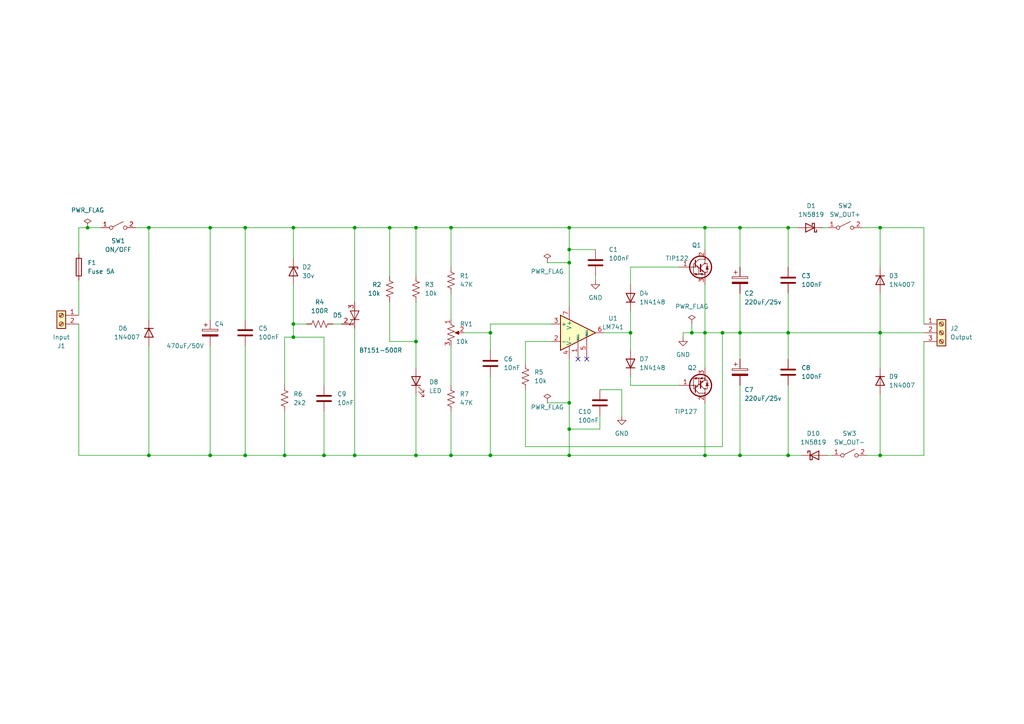
<source format=kicad_sch>
(kicad_sch (version 20230121) (generator eeschema)
  (paper "A4")
  (title_block (title "Symmetrical Power Supply - +15V / -15V") (date "2024-02-04") (rev "Version 2.0") (company "Made by A.T."))
  (lib_symbols
    (symbol "Amplifier_Operational:LM741" (pin_names (offset 0.127))
      (property "Reference" "U" (at 0 6.35 0))
      (property "Value" "LM741" (at 0 3.81 0))
      (symbol "LM741_0_1"
        (polyline (pts (xy -5.08 5.08) (xy 5.08 0) (xy -5.08 -5.08) (xy -5.08 5.08)) (stroke (width 0.254)) (fill (type background)))
      )
      (symbol "LM741_1_1"
        (pin input line (at 0 -7.62 90) (length 5.08) (name "NULL") (number "1"))
        (pin input line (at -7.62 -2.54 0) (length 2.54) (name "-") (number "2"))
        (pin input line (at -7.62 2.54 0) (length 2.54) (name "+") (number "3"))
        (pin power_in line (at -2.54 -7.62 90) (length 3.81) (name "V-") (number "4"))
        (pin input line (at 2.54 -7.62 90) (length 6.35) (name "NULL") (number "5"))
        (pin output line (at 7.62 0 180) (length 2.54) (name "~") (number "6"))
        (pin power_in line (at -2.54 7.62 270) (length 3.81) (name "V+") (number "7"))
        (pin no_connect line (at 0 2.54 270) (length 2.54) hide (name "NC") (number "8"))
      )
    )
    (symbol "Connector:Screw_Terminal_01x02" (pin_names (offset 1.016) hide)
      (property "Reference" "J" (at 0 2.54 0))
      (property "Value" "Screw_Terminal_01x02" (at 0 -5.08 0))
      (symbol "Screw_Terminal_01x02_1_1"
        (rectangle (start -1.27 1.27) (end 1.27 -3.81) (stroke (width 0.254)) (fill (type background)))
        (circle (center 0 -2.54) (radius 0.635) (stroke (width 0.1524)))
        (polyline (pts (xy -0.5334 -2.2098) (xy 0.3302 -3.048)) (stroke (width 0.1524)))
        (polyline (pts (xy -0.5334 0.3302) (xy 0.3302 -0.508)) (stroke (width 0.1524)))
        (polyline (pts (xy -0.3556 -2.032) (xy 0.508 -2.8702)) (stroke (width 0.1524)))
        (polyline (pts (xy -0.3556 0.508) (xy 0.508 -0.3302)) (stroke (width 0.1524)))
        (circle (center 0 0) (radius 0.635) (stroke (width 0.1524)))
        (pin passive line (at -5.08 0 0) (length 3.81) (name "Pin_1") (number "1"))
        (pin passive line (at -5.08 -2.54 0) (length 3.81) (name "Pin_2") (number "2"))
      )
    )
    (symbol "Connector:Screw_Terminal_01x03" (pin_names (offset 1.016) hide)
      (property "Reference" "J" (at 0 5.08 0))
      (property "Value" "Screw_Terminal_01x03" (at 0 -5.08 0))
      (symbol "Screw_Terminal_01x03_1_1"
        (rectangle (start -1.27 3.81) (end 1.27 -3.81) (stroke (width 0.254)) (fill (type background)))
        (circle (center 0 -2.54) (radius 0.635) (stroke (width 0.1524)))
        (polyline (pts (xy -0.5334 -2.2098) (xy 0.3302 -3.048)) (stroke (width 0.1524)))
        (polyline (pts (xy -0.5334 0.3302) (xy 0.3302 -0.508)) (stroke (width 0.1524)))
        (polyline (pts (xy -0.5334 2.8702) (xy 0.3302 2.032)) (stroke (width 0.1524)))
        (polyline (pts (xy -0.3556 -2.032) (xy 0.508 -2.8702)) (stroke (width 0.1524)))
        (polyline (pts (xy -0.3556 0.508) (xy 0.508 -0.3302)) (stroke (width 0.1524)))
        (polyline (pts (xy -0.3556 3.048) (xy 0.508 2.2098)) (stroke (width 0.1524)))
        (circle (center 0 0) (radius 0.635) (stroke (width 0.1524)))
        (circle (center 0 2.54) (radius 0.635) (stroke (width 0.1524)))
        (pin passive line (at -5.08 2.54 0) (length 3.81) (name "Pin_1") (number "1"))
        (pin passive line (at -5.08 0 0) (length 3.81) (name "Pin_2") (number "2"))
        (pin passive line (at -5.08 -2.54 0) (length 3.81) (name "Pin_3") (number "3"))
      )
    )
    (symbol "Device:C" (pin_numbers hide) (pin_names (offset 0.254))
      (property "Reference" "C" (at 0.635 2.54 0))
      (property "Value" "C" (at 0.635 -2.54 0))
      (symbol "C_0_1"
        (polyline (pts (xy -2.032 -0.762) (xy 2.032 -0.762)) (stroke (width 0.508)))
        (polyline (pts (xy -2.032 0.762) (xy 2.032 0.762)) (stroke (width 0.508)))
      )
      (symbol "C_1_1"
        (pin passive line (at 0 3.81 270) (length 2.794) (name "~") (number "1"))
        (pin passive line (at 0 -3.81 90) (length 2.794) (name "~") (number "2"))
      )
    )
    (symbol "Device:C_Polarized" (pin_numbers hide) (pin_names (offset 0.254))
      (property "Reference" "C" (at 0.635 2.54 0))
      (property "Value" "C_Polarized" (at 0.635 -2.54 0))
      (symbol "C_Polarized_0_1"
        (rectangle (start -2.286 0.508) (end 2.286 1.016))
        (polyline (pts (xy -1.778 2.286) (xy -0.762 2.286)))
        (polyline (pts (xy -1.27 2.794) (xy -1.27 1.778)))
        (rectangle (start 2.286 -0.508) (end -2.286 -1.016) (fill (type outline)))
      )
      (symbol "C_Polarized_1_1"
        (pin passive line (at 0 3.81 270) (length 2.794) (name "~") (number "1"))
        (pin passive line (at 0 -3.81 90) (length 2.794) (name "~") (number "2"))
      )
    )
    (symbol "Device:D_Schottky" (pin_numbers hide) (pin_names (offset 1.016) hide)
      (property "Reference" "D" (at 0 2.54 0))
      (property "Value" "D_Schottky" (at 0 -2.54 0))
      (symbol "D_Schottky_0_1"
        (polyline (pts (xy 1.27 0) (xy -1.27 0)))
        (polyline (pts (xy 1.27 1.27) (xy 1.27 -1.27) (xy -1.27 0) (xy 1.27 1.27)) (stroke (width 0.254)))
        (polyline (pts (xy -1.905 0.635) (xy -1.905 1.27) (xy -1.27 1.27) (xy -1.27 -1.27) (xy -0.635 -1.27) (xy -0.635 -0.635)) (stroke (width 0.254)))
      )
      (symbol "D_Schottky_1_1"
        (pin passive line (at -3.81 0 0) (length 2.54) (name "K") (number "1"))
        (pin passive line (at 3.81 0 180) (length 2.54) (name "A") (number "2"))
      )
    )
    (symbol "Device:D_Zener" (pin_numbers hide) (pin_names (offset 1.016) hide)
      (property "Reference" "D" (at 0 2.54 0))
      (property "Value" "D_Zener" (at 0 -2.54 0))
      (symbol "D_Zener_0_1"
        (polyline (pts (xy 1.27 0) (xy -1.27 0)))
        (polyline (pts (xy -1.27 -1.27) (xy -1.27 1.27) (xy -0.762 1.27)) (stroke (width 0.254)))
        (polyline (pts (xy 1.27 -1.27) (xy 1.27 1.27) (xy -1.27 0) (xy 1.27 -1.27)) (stroke (width 0.254)))
      )
      (symbol "D_Zener_1_1"
        (pin passive line (at -3.81 0 0) (length 2.54) (name "K") (number "1"))
        (pin passive line (at 3.81 0 180) (length 2.54) (name "A") (number "2"))
      )
    )
    (symbol "Device:Fuse" (pin_numbers hide) (pin_names (offset 0))
      (property "Reference" "F" (at 2.032 0 90))
      (property "Value" "Fuse" (at -1.905 0 90))
      (symbol "Fuse_0_1"
        (rectangle (start -0.762 -2.54) (end 0.762 2.54) (stroke (width 0.254)))
        (polyline (pts (xy 0 2.54) (xy 0 -2.54)))
      )
      (symbol "Fuse_1_1"
        (pin passive line (at 0 3.81 270) (length 1.27) (name "~") (number "1"))
        (pin passive line (at 0 -3.81 90) (length 1.27) (name "~") (number "2"))
      )
    )
    (symbol "Device:LED" (pin_numbers hide) (pin_names (offset 1.016) hide)
      (property "Reference" "D" (at 0 2.54 0))
      (property "Value" "LED" (at 0 -2.54 0))
      (symbol "LED_0_1"
        (polyline (pts (xy -1.27 -1.27) (xy -1.27 1.27)) (stroke (width 0.254)))
        (polyline (pts (xy -1.27 0) (xy 1.27 0)))
        (polyline (pts (xy 1.27 -1.27) (xy 1.27 1.27) (xy -1.27 0) (xy 1.27 -1.27)) (stroke (width 0.254)))
        (polyline (pts (xy -3.048 -0.762) (xy -4.572 -2.286) (xy -3.81 -2.286) (xy -4.572 -2.286) (xy -4.572 -1.524)))
        (polyline (pts (xy -1.778 -0.762) (xy -3.302 -2.286) (xy -2.54 -2.286) (xy -3.302 -2.286) (xy -3.302 -1.524)))
      )
      (symbol "LED_1_1"
        (pin passive line (at -3.81 0 0) (length 2.54) (name "K") (number "1"))
        (pin passive line (at 3.81 0 180) (length 2.54) (name "A") (number "2"))
      )
    )
    (symbol "Device:Q_SCR_KGA" (pin_names (offset 0) hide)
      (property "Reference" "D" (at 1.905 0.635 0))
      (property "Value" "Q_SCR_KGA" (at 1.905 -1.27 0))
      (symbol "Q_SCR_KGA_0_1"
        (polyline (pts (xy -1.27 -2.54) (xy -0.635 -1.27)))
        (polyline (pts (xy -1.27 -1.27) (xy 1.27 -1.27)) (stroke (width 0.2032)))
        (polyline (pts (xy 0 -2.54) (xy 0 2.54)))
        (polyline (pts (xy -1.27 1.27) (xy 1.27 1.27) (xy 0 -1.27) (xy -1.27 1.27)) (stroke (width 0.2032)))
      )
      (symbol "Q_SCR_KGA_1_1"
        (pin passive line (at 0 -3.81 90) (length 2.54) (name "K") (number "1"))
        (pin input line (at -3.81 -2.54 0) (length 2.54) (name "G") (number "2"))
        (pin passive line (at 0 3.81 270) (length 2.54) (name "A") (number "3"))
      )
    )
    (symbol "Device:R_Potentiometer_US" (pin_names (offset 1.016) hide)
      (property "Reference" "RV" (at -4.445 0 90))
      (property "Value" "R_Potentiometer_US" (at -2.54 0 90))
      (symbol "R_Potentiometer_US_0_1"
        (polyline (pts (xy 0 -2.286) (xy 0 -2.54)))
        (polyline (pts (xy 0 2.54) (xy 0 2.286)))
        (polyline (pts (xy 2.54 0) (xy 1.524 0)))
        (polyline (pts (xy 1.143 0) (xy 2.286 0.508) (xy 2.286 -0.508) (xy 1.143 0)) (fill (type outline)))
        (polyline (pts (xy 0 -0.762) (xy 1.016 -1.143) (xy 0 -1.524) (xy -1.016 -1.905) (xy 0 -2.286)))
        (polyline (pts (xy 0 0.762) (xy 1.016 0.381) (xy 0 0) (xy -1.016 -0.381) (xy 0 -0.762)))
        (polyline (pts (xy 0 2.286) (xy 1.016 1.905) (xy 0 1.524) (xy -1.016 1.143) (xy 0 0.762)))
      )
      (symbol "R_Potentiometer_US_1_1"
        (pin passive line (at 0 3.81 270) (length 1.27) (name "1") (number "1"))
        (pin passive line (at 3.81 0 180) (length 1.27) (name "2") (number "2"))
        (pin passive line (at 0 -3.81 90) (length 1.27) (name "3") (number "3"))
      )
    )
    (symbol "Device:R_US" (pin_numbers hide) (pin_names (offset 0))
      (property "Reference" "R" (at 2.54 0 90))
      (property "Value" "R_US" (at -2.54 0 90))
      (symbol "R_US_0_1"
        (polyline (pts (xy 0 -2.286) (xy 0 -2.54)))
        (polyline (pts (xy 0 2.286) (xy 0 2.54)))
        (polyline (pts (xy 0 -0.762) (xy 1.016 -1.143) (xy 0 -1.524) (xy -1.016 -1.905) (xy 0 -2.286)))
        (polyline (pts (xy 0 0.762) (xy 1.016 0.381) (xy 0 0) (xy -1.016 -0.381) (xy 0 -0.762)))
        (polyline (pts (xy 0 2.286) (xy 1.016 1.905) (xy 0 1.524) (xy -1.016 1.143) (xy 0 0.762)))
      )
      (symbol "R_US_1_1"
        (pin passive line (at 0 3.81 270) (length 1.27) (name "~") (number "1"))
        (pin passive line (at 0 -3.81 90) (length 1.27) (name "~") (number "2"))
      )
    )
    (symbol "Diode:1N4007" (pin_numbers hide) (pin_names hide)
      (property "Reference" "D" (at 0 2.54 0))
      (property "Value" "1N4007" (at 0 -2.54 0))
      (symbol "1N4007_0_1"
        (polyline (pts (xy -1.27 1.27) (xy -1.27 -1.27)) (stroke (width 0.254)))
        (polyline (pts (xy 1.27 0) (xy -1.27 0)))
        (polyline (pts (xy 1.27 1.27) (xy 1.27 -1.27) (xy -1.27 0) (xy 1.27 1.27)) (stroke (width 0.254)))
      )
      (symbol "1N4007_1_1"
        (pin passive line (at -3.81 0 0) (length 2.54) (name "K") (number "1"))
        (pin passive line (at 3.81 0 180) (length 2.54) (name "A") (number "2"))
      )
    )
    (symbol "Diode:1N4148" (pin_numbers hide) (pin_names hide)
      (property "Reference" "D" (at 0 2.54 0))
      (property "Value" "1N4148" (at 0 -2.54 0))
      (symbol "1N4148_0_1"
        (polyline (pts (xy -1.27 1.27) (xy -1.27 -1.27)) (stroke (width 0.254)))
        (polyline (pts (xy 1.27 0) (xy -1.27 0)))
        (polyline (pts (xy 1.27 1.27) (xy 1.27 -1.27) (xy -1.27 0) (xy 1.27 1.27)) (stroke (width 0.254)))
      )
      (symbol "1N4148_1_1"
        (pin passive line (at -3.81 0 0) (length 2.54) (name "K") (number "1"))
        (pin passive line (at 3.81 0 180) (length 2.54) (name "A") (number "2"))
      )
    )
    (symbol "Switch:SW_SPST" (pin_names (offset 0) hide)
      (property "Reference" "SW" (at 0 3.175 0))
      (property "Value" "SW_SPST" (at 0 -2.54 0))
      (symbol "SW_SPST_0_0"
        (circle (center -2.032 0) (radius 0.508))
        (polyline (pts (xy -1.524 0.254) (xy 1.524 1.778)))
        (circle (center 2.032 0) (radius 0.508))
      )
      (symbol "SW_SPST_1_1"
        (pin passive line (at -5.08 0 0) (length 2.54) (name "A") (number "1"))
        (pin passive line (at 5.08 0 180) (length 2.54) (name "B") (number "2"))
      )
    )
    (symbol "Transistor_BJT:TIP122" (pin_names (offset 0) hide)
      (property "Reference" "Q" (at 5.08 1.905 0))
      (property "Value" "TIP122" (at 5.08 0 0))
      (symbol "TIP122_0_1"
        (circle (center -0.762 0) (radius 0.127))
        (polyline (pts (xy -1.27 0) (xy -0.889 0)))
        (polyline (pts (xy 2.54 -2.032) (xy 2.54 -2.54)))
        (polyline (pts (xy 2.54 -1.524) (xy 3.175 -1.524)))
        (polyline (pts (xy 2.794 0.127) (xy 3.556 0.127)))
        (polyline (pts (xy 3.175 -0.635) (xy 3.175 -1.524)))
        (polyline (pts (xy 3.175 1.016) (xy 2.54 1.016)))
        (polyline (pts (xy 3.175 1.016) (xy 3.175 0.127)))
        (polyline (pts (xy -0.254 0.762) (xy 0.762 -0.254) (xy 1.27 -0.254)))
        (polyline (pts (xy -0.254 1.016) (xy -0.762 1.016) (xy -0.762 -2.032)))
        (polyline (pts (xy -0.254 1.27) (xy 0.762 2.286) (xy 2.54 2.286)))
        (polyline (pts (xy -0.254 2.032) (xy -0.254 0) (xy -0.254 0)) (stroke (width 0.3048)))
        (polyline (pts (xy 1.27 0.762) (xy 1.27 -1.27) (xy 1.27 -1.27)) (stroke (width 0.381)))
        (polyline (pts (xy 0.635 -0.127) (xy 0.381 0.381) (xy 0.127 0.127) (xy 0.635 -0.127)))
        (polyline (pts (xy 1.27 -0.508) (xy 2.286 -1.524) (xy 2.54 -1.524) (xy 2.54 -2.032)))
        (polyline (pts (xy 1.27 0) (xy 2.286 1.016) (xy 2.54 1.016) (xy 2.54 2.286)))
        (polyline (pts (xy 2.159 -1.397) (xy 1.905 -0.889) (xy 1.651 -1.143) (xy 2.159 -1.397)))
        (polyline (pts (xy 3.175 0.127) (xy 2.794 -0.635) (xy 3.556 -0.635) (xy 3.175 0.127)) (fill (type outline)))
        (polyline (pts (xy 0.762 -2.032) (xy 0.381 -2.032) (xy 0.254 -2.286) (xy 0.127 -1.778) (xy 0 -2.286) (xy -0.127 -1.778) (xy -0.254 -2.286) (xy -0.381 -1.778) (xy -0.508 -2.032) (xy -0.762 -2.032)))
        (polyline (pts (xy 0.762 -0.254) (xy 0.762 -2.032) (xy 1.143 -2.032) (xy 1.27 -1.778) (xy 1.397 -2.286) (xy 1.524 -1.778) (xy 1.651 -2.286) (xy 1.778 -1.778) (xy 1.905 -2.286) (xy 2.032 -2.032) (xy 2.54 -2.032)))
        (circle (center 0.762 -2.032) (radius 0.127))
        (circle (center 0.762 -0.254) (radius 0.127))
        (circle (center 1.27 0) (radius 3.175) (stroke (width 0.3556)))
        (circle (center 2.54 -2.032) (radius 0.127))
        (circle (center 2.54 -1.524) (radius 0.127))
        (circle (center 2.54 1.016) (radius 0.127))
        (circle (center 2.54 2.286) (radius 0.127))
      )
      (symbol "TIP122_1_1"
        (pin input line (at -5.08 0 0) (length 3.81) (name "B") (number "1"))
        (pin passive line (at 2.54 5.08 270) (length 2.667) (name "C") (number "2"))
        (pin passive line (at 2.54 -5.08 90) (length 2.54) (name "E") (number "3"))
      )
    )
    (symbol "Transistor_BJT:TIP127" (pin_names (offset 0) hide)
      (property "Reference" "Q" (at 5.08 1.905 0))
      (property "Value" "TIP127" (at 5.08 0 0))
      (symbol "TIP127_0_1"
        (circle (center -0.762 0) (radius 0.127))
        (polyline (pts (xy -1.27 0) (xy -0.889 0)))
        (polyline (pts (xy 2.54 -2.032) (xy 2.54 -2.54)))
        (polyline (pts (xy 2.54 -1.524) (xy 3.175 -1.524)))
        (polyline (pts (xy 2.794 -0.635) (xy 3.556 -0.635)))
        (polyline (pts (xy 3.175 -1.524) (xy 3.175 -0.635)))
        (polyline (pts (xy 3.175 0.127) (xy 3.175 1.016)))
        (polyline (pts (xy 3.175 1.016) (xy 2.54 1.016)))
        (polyline (pts (xy -0.254 0.762) (xy 0.762 -0.254) (xy 1.27 -0.254)))
        (polyline (pts (xy -0.254 1.016) (xy -0.762 1.016) (xy -0.762 -2.032)))
        (polyline (pts (xy -0.254 1.27) (xy 0.762 2.286) (xy 2.54 2.286)))
        (polyline (pts (xy -0.254 2.032) (xy -0.254 0) (xy -0.254 0)) (stroke (width 0.3048)))
        (polyline (pts (xy 1.27 0.762) (xy 1.27 -1.27) (xy 1.27 -1.27)) (stroke (width 0.381)))
        (polyline (pts (xy 0 0.508) (xy 0.254 0) (xy 0.508 0.254) (xy 0 0.508)))
        (polyline (pts (xy 1.27 -0.508) (xy 2.286 -1.524) (xy 2.54 -1.524) (xy 2.54 -2.032)))
        (polyline (pts (xy 1.27 0) (xy 2.286 1.016) (xy 2.54 1.016) (xy 2.54 2.286)))
        (polyline (pts (xy 1.524 -0.762) (xy 1.778 -1.27) (xy 2.032 -1.016) (xy 1.524 -0.762)))
        (polyline (pts (xy 3.175 -0.635) (xy 2.794 0.127) (xy 3.556 0.127) (xy 3.175 -0.635)) (fill (type outline)))
        (polyline (pts (xy 0.762 -2.032) (xy 0.381 -2.032) (xy 0.254 -2.286) (xy 0.127 -1.778) (xy 0 -2.286) (xy -0.127 -1.778) (xy -0.254 -2.286) (xy -0.381 -1.778) (xy -0.508 -2.032) (xy -0.762 -2.032)))
        (polyline (pts (xy 0.762 -0.254) (xy 0.762 -2.032) (xy 1.143 -2.032) (xy 1.27 -1.778) (xy 1.397 -2.286) (xy 1.524 -1.778) (xy 1.651 -2.286) (xy 1.778 -1.778) (xy 1.905 -2.286) (xy 2.032 -2.032) (xy 2.54 -2.032)))
        (circle (center 0.762 -2.032) (radius 0.127))
        (circle (center 0.762 -0.254) (radius 0.127))
        (circle (center 1.27 0) (radius 3.175) (stroke (width 0.3556)))
        (circle (center 2.54 -2.032) (radius 0.127))
        (circle (center 2.54 -1.524) (radius 0.127))
        (circle (center 2.54 1.016) (radius 0.127))
        (circle (center 2.54 2.286) (radius 0.127))
      )
      (symbol "TIP127_1_1"
        (pin input line (at -5.08 0 0) (length 3.81) (name "B") (number "1"))
        (pin passive line (at 2.54 5.08 270) (length 2.667) (name "C") (number "2"))
        (pin passive line (at 2.54 -5.08 90) (length 2.54) (name "E") (number "3"))
      )
    )
    (symbol "power:GND" (power) (pin_names (offset 0))
      (property "Value" "GND" (at 0 -3.81 0))
      (symbol "GND_0_1"
        (polyline (pts (xy 0 0) (xy 0 -1.27) (xy 1.27 -1.27) (xy 0 -2.54) (xy -1.27 -1.27) (xy 0 -1.27)))
      )
      (symbol "GND_1_1"
        (pin power_in line (at 0 0 270) (length 0) hide (name "GND") (number "1"))
      )
    )
    (symbol "power:PWR_FLAG" (power) (pin_numbers hide) (pin_names (offset 0) hide)
      (property "Value" "PWR_FLAG" (at 0 3.81 0))
      (symbol "PWR_FLAG_0_0"
        (pin power_out line (at 0 0 90) (length 0) (name "pwr") (number "1"))
      )
      (symbol "PWR_FLAG_0_1"
        (polyline (pts (xy 0 0) (xy 0 1.27) (xy -1.016 1.905) (xy 0 2.54) (xy 1.016 1.905) (xy 0 1.27)))
      )
    )
  )
  (junction (at 113.03 66.04))
  (junction (at 165.1 124.46))
  (junction (at 85.09 97.79))
  (junction (at 120.65 99.06))
  (junction (at 130.81 132.08))
  (junction (at 204.47 66.04))
  (junction (at 165.1 76.2))
  (junction (at 60.96 132.08))
  (junction (at 255.27 132.08))
  (junction (at 200.66 96.52))
  (junction (at 82.55 132.08))
  (junction (at 228.6 132.08))
  (junction (at 255.27 66.04))
  (junction (at 165.1 72.39))
  (junction (at 165.1 116.84))
  (junction (at 214.63 66.04))
  (junction (at 102.87 66.04))
  (junction (at 71.12 66.04))
  (junction (at 204.47 132.08))
  (junction (at 165.1 66.04))
  (junction (at 165.1 132.08))
  (junction (at 120.65 132.08))
  (junction (at 255.27 96.52))
  (junction (at 142.24 132.08))
  (junction (at 182.88 96.52))
  (junction (at 43.18 132.08))
  (junction (at 43.18 66.04))
  (junction (at 93.98 132.08))
  (junction (at 60.96 66.04))
  (junction (at 120.65 66.04))
  (junction (at 204.47 96.52))
  (junction (at 130.81 66.04))
  (junction (at 209.55 96.52))
  (junction (at 142.24 96.52))
  (junction (at 228.6 66.04))
  (junction (at 102.87 132.08))
  (junction (at 214.63 132.08))
  (junction (at 71.12 132.08))
  (junction (at 85.09 93.98))
  (junction (at 228.6 96.52))
  (junction (at 25.4 66.04))
  (junction (at 214.63 96.52))
  (junction (at 85.09 66.04))
  (no_connect (at 170.18 104.14))
  (no_connect (at 167.64 104.14))
  (wire (pts (xy 43.18 92.71) (xy 43.18 66.04)))
  (wire (pts (xy 165.1 72.39) (xy 165.1 76.2)))
  (wire (pts (xy 204.47 72.39) (xy 204.47 66.04)))
  (wire (pts (xy 238.76 66.04) (xy 240.03 66.04)))
  (wire (pts (xy 214.63 96.52) (xy 214.63 104.14)))
  (wire (pts (xy 85.09 74.93) (xy 85.09 66.04)))
  (wire (pts (xy 214.63 77.47) (xy 214.63 66.04)))
  (wire (pts (xy 255.27 114.3) (xy 255.27 132.08)))
  (wire (pts (xy 113.03 66.04) (xy 120.65 66.04)))
  (wire (pts (xy 255.27 66.04) (xy 267.97 66.04)))
  (wire (pts (xy 198.12 96.52) (xy 198.12 97.79)))
  (wire (pts (xy 240.03 132.08) (xy 241.3 132.08)))
  (wire (pts (xy 204.47 132.08) (xy 214.63 132.08)))
  (wire (pts (xy 267.97 93.98) (xy 267.97 66.04)))
  (wire (pts (xy 120.65 87.63) (xy 120.65 99.06)))
  (wire (pts (xy 130.81 77.47) (xy 130.81 66.04)))
  (wire (pts (xy 142.24 96.52) (xy 142.24 101.6)))
  (wire (pts (xy 209.55 129.54) (xy 209.55 96.52)))
  (wire (pts (xy 22.86 66.04) (xy 25.4 66.04)))
  (wire (pts (xy 228.6 85.09) (xy 228.6 96.52)))
  (wire (pts (xy 196.85 111.76) (xy 182.88 111.76)))
  (wire (pts (xy 160.02 99.06) (xy 152.4 99.06)))
  (wire (pts (xy 228.6 96.52) (xy 228.6 104.14)))
  (wire (pts (xy 255.27 85.09) (xy 255.27 96.52)))
  (wire (pts (xy 22.86 132.08) (xy 43.18 132.08)))
  (wire (pts (xy 255.27 66.04) (xy 255.27 77.47)))
  (wire (pts (xy 71.12 66.04) (xy 85.09 66.04)))
  (wire (pts (xy 214.63 66.04) (xy 228.6 66.04)))
  (wire (pts (xy 250.19 66.04) (xy 255.27 66.04)))
  (wire (pts (xy 204.47 96.52) (xy 200.66 96.52)))
  (wire (pts (xy 96.52 93.98) (xy 99.06 93.98)))
  (wire (pts (xy 173.99 113.03) (xy 180.34 113.03)))
  (wire (pts (xy 130.81 66.04) (xy 165.1 66.04)))
  (wire (pts (xy 85.09 82.55) (xy 85.09 93.98)))
  (wire (pts (xy 165.1 66.04) (xy 204.47 66.04)))
  (wire (pts (xy 200.66 93.98) (xy 200.66 96.52)))
  (wire (pts (xy 182.88 111.76) (xy 182.88 109.22)))
  (wire (pts (xy 82.55 97.79) (xy 82.55 111.76)))
  (wire (pts (xy 152.4 129.54) (xy 209.55 129.54)))
  (wire (pts (xy 214.63 132.08) (xy 228.6 132.08)))
  (wire (pts (xy 204.47 82.55) (xy 204.47 96.52)))
  (wire (pts (xy 214.63 85.09) (xy 214.63 96.52)))
  (wire (pts (xy 130.81 119.38) (xy 130.81 132.08)))
  (wire (pts (xy 255.27 132.08) (xy 267.97 132.08)))
  (wire (pts (xy 113.03 87.63) (xy 113.03 99.06)))
  (wire (pts (xy 43.18 100.33) (xy 43.18 132.08)))
  (wire (pts (xy 71.12 132.08) (xy 82.55 132.08)))
  (wire (pts (xy 182.88 96.52) (xy 182.88 101.6)))
  (wire (pts (xy 60.96 132.08) (xy 71.12 132.08)))
  (wire (pts (xy 43.18 66.04) (xy 60.96 66.04)))
  (wire (pts (xy 165.1 66.04) (xy 165.1 72.39)))
  (wire (pts (xy 165.1 104.14) (xy 165.1 116.84)))
  (wire (pts (xy 165.1 132.08) (xy 204.47 132.08)))
  (wire (pts (xy 172.72 80.01) (xy 172.72 81.28)))
  (wire (pts (xy 25.4 66.04) (xy 29.21 66.04)))
  (wire (pts (xy 120.65 66.04) (xy 130.81 66.04)))
  (wire (pts (xy 228.6 66.04) (xy 231.14 66.04)))
  (wire (pts (xy 120.65 66.04) (xy 120.65 80.01)))
  (wire (pts (xy 102.87 66.04) (xy 102.87 87.63)))
  (wire (pts (xy 158.75 116.84) (xy 165.1 116.84)))
  (wire (pts (xy 267.97 99.06) (xy 267.97 132.08)))
  (wire (pts (xy 255.27 96.52) (xy 267.97 96.52)))
  (wire (pts (xy 71.12 66.04) (xy 71.12 92.71)))
  (wire (pts (xy 165.1 72.39) (xy 172.72 72.39)))
  (wire (pts (xy 142.24 132.08) (xy 165.1 132.08)))
  (wire (pts (xy 182.88 82.55) (xy 182.88 77.47)))
  (wire (pts (xy 165.1 116.84) (xy 165.1 124.46)))
  (wire (pts (xy 180.34 113.03) (xy 180.34 120.65)))
  (wire (pts (xy 142.24 93.98) (xy 160.02 93.98)))
  (wire (pts (xy 71.12 100.33) (xy 71.12 132.08)))
  (wire (pts (xy 255.27 96.52) (xy 255.27 106.68)))
  (wire (pts (xy 82.55 119.38) (xy 82.55 132.08)))
  (wire (pts (xy 173.99 124.46) (xy 165.1 124.46)))
  (wire (pts (xy 85.09 93.98) (xy 88.9 93.98)))
  (wire (pts (xy 60.96 66.04) (xy 71.12 66.04)))
  (wire (pts (xy 173.99 120.65) (xy 173.99 124.46)))
  (wire (pts (xy 214.63 96.52) (xy 228.6 96.52)))
  (wire (pts (xy 165.1 124.46) (xy 165.1 132.08)))
  (wire (pts (xy 93.98 111.76) (xy 93.98 97.79)))
  (wire (pts (xy 251.46 132.08) (xy 255.27 132.08)))
  (wire (pts (xy 120.65 99.06) (xy 120.65 106.68)))
  (wire (pts (xy 120.65 114.3) (xy 120.65 132.08)))
  (wire (pts (xy 134.62 96.52) (xy 142.24 96.52)))
  (wire (pts (xy 152.4 113.03) (xy 152.4 129.54)))
  (wire (pts (xy 120.65 132.08) (xy 130.81 132.08)))
  (wire (pts (xy 228.6 132.08) (xy 232.41 132.08)))
  (wire (pts (xy 204.47 66.04) (xy 214.63 66.04)))
  (wire (pts (xy 130.81 100.33) (xy 130.81 111.76)))
  (wire (pts (xy 93.98 119.38) (xy 93.98 132.08)))
  (wire (pts (xy 228.6 66.04) (xy 228.6 77.47)))
  (wire (pts (xy 182.88 90.17) (xy 182.88 96.52)))
  (wire (pts (xy 130.81 85.09) (xy 130.81 92.71)))
  (wire (pts (xy 82.55 97.79) (xy 85.09 97.79)))
  (wire (pts (xy 165.1 76.2) (xy 165.1 88.9)))
  (wire (pts (xy 102.87 95.25) (xy 102.87 132.08)))
  (wire (pts (xy 204.47 96.52) (xy 209.55 96.52)))
  (wire (pts (xy 93.98 132.08) (xy 102.87 132.08)))
  (wire (pts (xy 113.03 99.06) (xy 120.65 99.06)))
  (wire (pts (xy 22.86 73.66) (xy 22.86 66.04)))
  (wire (pts (xy 85.09 66.04) (xy 102.87 66.04)))
  (wire (pts (xy 228.6 111.76) (xy 228.6 132.08)))
  (wire (pts (xy 182.88 77.47) (xy 196.85 77.47)))
  (wire (pts (xy 204.47 96.52) (xy 204.47 106.68)))
  (wire (pts (xy 22.86 81.28) (xy 22.86 91.44)))
  (wire (pts (xy 60.96 66.04) (xy 60.96 92.71)))
  (wire (pts (xy 142.24 109.22) (xy 142.24 132.08)))
  (wire (pts (xy 200.66 96.52) (xy 198.12 96.52)))
  (wire (pts (xy 209.55 96.52) (xy 214.63 96.52)))
  (wire (pts (xy 142.24 93.98) (xy 142.24 96.52)))
  (wire (pts (xy 82.55 132.08) (xy 93.98 132.08)))
  (wire (pts (xy 102.87 132.08) (xy 120.65 132.08)))
  (wire (pts (xy 204.47 132.08) (xy 204.47 116.84)))
  (wire (pts (xy 152.4 99.06) (xy 152.4 105.41)))
  (wire (pts (xy 60.96 100.33) (xy 60.96 132.08)))
  (wire (pts (xy 158.75 76.2) (xy 165.1 76.2)))
  (wire (pts (xy 113.03 66.04) (xy 113.03 80.01)))
  (wire (pts (xy 175.26 96.52) (xy 182.88 96.52)))
  (wire (pts (xy 85.09 97.79) (xy 93.98 97.79)))
  (wire (pts (xy 214.63 111.76) (xy 214.63 132.08)))
  (wire (pts (xy 22.86 93.98) (xy 22.86 132.08)))
  (wire (pts (xy 43.18 132.08) (xy 60.96 132.08)))
  (wire (pts (xy 85.09 93.98) (xy 85.09 97.79)))
  (wire (pts (xy 102.87 66.04) (xy 113.03 66.04)))
  (wire (pts (xy 228.6 96.52) (xy 255.27 96.52)))
  (wire (pts (xy 130.81 132.08) (xy 142.24 132.08)))
  (wire (pts (xy 39.37 66.04) (xy 43.18 66.04)))
  (symbol (lib_id "Device:R_US") (at 130.81 81.28 0) (unit 1)
    (property "Reference" "R1" (at 133.35 80.01 0) (effects (justify left)))
    (property "Value" "47K" (at 133.35 82.55 0) (effects (justify left)))
    (property "Footprint" "Resistor_THT:R_Axial_DIN0207_L6.3mm_D2.5mm_P10.16mm_Horizontal" (effects hide))
  )
  (symbol (lib_id "power:PWR_FLAG") (at 158.75 76.2 0) (unit 1)
    (property "Reference" "#FLG02" (effects hide))
    (property "Value" "PWR_FLAG" (at 158.75 78.74 0))
  )
  (symbol (lib_id "Connector:Screw_Terminal_01x03") (at 273.05 96.52 0) (unit 1)
    (property "Reference" "J2" (at 275.59 95.25 0) (effects (justify left)))
    (property "Value" "Output" (at 275.59 97.79 0) (effects (justify left)))
    (property "Footprint" "TerminalBlock_Phoenix:TerminalBlock_Phoenix_MKDS-1,5-3-5.08_1x03_P5.08mm_Horizontal" (effects hide))
  )
  (symbol (lib_id "Device:LED") (at 120.65 110.49 90) (unit 1)
    (property "Reference" "D8" (at 124.46 110.8075 90) (effects (justify right)))
    (property "Value" "LED" (at 124.46 113.3475 90) (effects (justify right)))
    (property "Footprint" "LED_THT:LED_D3.0mm" (effects hide))
  )
  (symbol (lib_id "Diode:1N4007") (at 255.27 81.28 270) (unit 1)
    (property "Reference" "D3" (at 257.81 80.01 90) (effects (justify left)))
    (property "Value" "1N4007" (at 257.81 82.55 90) (effects (justify left)))
    (property "Footprint" "Diode_THT:D_DO-41_SOD81_P10.16mm_Horizontal" (effects hide))
    (property "Datasheet" "http://www.vishay.com/docs/88503/1n4001.pdf" (effects hide))
    (property "Sim.Device" "D" (effects hide))
    (property "Sim.Pins" "1=K 2=A" (effects hide))
  )
  (symbol (lib_id "Device:C") (at 142.24 105.41 0) (unit 1)
    (property "Reference" "C6" (at 146.05 104.14 0) (effects (justify left)))
    (property "Value" "10nF" (at 146.05 106.68 0) (effects (justify left)))
    (property "Footprint" "Capacitor_THT:C_Disc_D5.0mm_W2.5mm_P5.00mm" (effects hide))
  )
  (symbol (lib_id "power:PWR_FLAG") (at 200.66 93.98 0) (unit 1)
    (property "Reference" "#FLG03" (effects hide))
    (property "Value" "PWR_FLAG" (at 200.66 88.9 0))
  )
  (symbol (lib_id "power:GND") (at 180.34 120.65 0) (unit 1)
    (property "Reference" "#PWR03" (effects hide))
    (property "Value" "GND" (at 180.34 125.73 0))
  )
  (symbol (lib_id "Switch:SW_SPST") (at 245.11 66.04 0) (unit 1)
    (property "Reference" "SW2" (at 245.11 59.69 0))
    (property "Value" "SW_OUT+" (at 245.11 62.23 0))
    (property "Footprint" "TestPoint:TestPoint_2Pads_Pitch5.08mm_Drill1.3mm" (effects hide))
  )
  (symbol (lib_id "Device:C") (at 228.6 81.28 0) (unit 1)
    (property "Reference" "C3" (at 232.41 80.01 0) (effects (justify left)))
    (property "Value" "100nF" (at 232.41 82.55 0) (effects (justify left)))
    (property "Footprint" "Capacitor_THT:C_Disc_D5.0mm_W2.5mm_P5.00mm" (effects hide))
  )
  (symbol (lib_id "Device:C") (at 228.6 107.95 0) (unit 1)
    (property "Reference" "C8" (at 232.41 106.68 0) (effects (justify left)))
    (property "Value" "100nF" (at 232.41 109.22 0) (effects (justify left)))
    (property "Footprint" "Capacitor_THT:C_Disc_D5.0mm_W2.5mm_P5.00mm" (effects hide))
  )
  (symbol (lib_id "Switch:SW_SPST") (at 246.38 132.08 0) (unit 1)
    (property "Reference" "SW3" (at 246.38 125.73 0))
    (property "Value" "SW_OUT-" (at 246.38 128.27 0))
    (property "Footprint" "TestPoint:TestPoint_2Pads_Pitch5.08mm_Drill1.3mm" (effects hide))
  )
  (symbol (lib_id "Device:R_Potentiometer_US") (at 130.81 96.52 0) (unit 1)
    (property "Reference" "RV1" (at 137.16 93.98 0) (effects (justify right)))
    (property "Value" "10k" (at 135.89 99.06 0) (effects (justify right)))
    (property "Footprint" "Potentiometer_THT:Potentiometer_Bourns_3296W_Vertical" (effects hide))
  )
  (symbol (lib_id "Device:C_Polarized") (at 214.63 107.95 0) (unit 1)
    (property "Reference" "C7" (at 215.9 113.03 0) (effects (justify left)))
    (property "Value" "220uF/25v" (at 215.9 115.57 0) (effects (justify left)))
    (property "Footprint" "Capacitor_THT:CP_Radial_D8.0mm_P3.50mm" (effects hide))
  )
  (symbol (lib_id "Device:D_Zener") (at 85.09 78.74 270) (unit 1)
    (property "Reference" "D2" (at 87.63 77.47 90) (effects (justify left)))
    (property "Value" "30v" (at 87.63 80.01 90) (effects (justify left)))
    (property "Footprint" "Diode_THT:D_DO-35_SOD27_P7.62mm_Horizontal" (effects hide))
  )
  (symbol (lib_id "Device:R_US") (at 152.4 109.22 0) (unit 1)
    (property "Reference" "R5" (at 154.94 107.95 0) (effects (justify left)))
    (property "Value" "10k" (at 154.94 110.49 0) (effects (justify left)))
    (property "Footprint" "Resistor_THT:R_Axial_DIN0207_L6.3mm_D2.5mm_P10.16mm_Horizontal" (effects hide))
  )
  (symbol (lib_id "Connector:Screw_Terminal_01x02") (at 17.78 91.44 0) (mirror y) (unit 1)
    (property "Reference" "J1" (at 17.78 100.33 0))
    (property "Value" "Input" (at 17.78 97.79 0))
    (property "Footprint" "TerminalBlock_Phoenix:TerminalBlock_Phoenix_MKDS-1,5-2-5.08_1x02_P5.08mm_Horizontal" (effects hide))
  )
  (symbol (lib_id "Switch:SW_SPST") (at 34.29 66.04 0) (unit 1)
    (property "Reference" "SW1" (at 34.29 69.85 0))
    (property "Value" "ON/OFF" (at 34.29 72.39 0))
    (property "Footprint" "TestPoint:TestPoint_2Pads_Pitch5.08mm_Drill1.3mm" (effects hide))
  )
  (symbol (lib_id "Device:D_Schottky") (at 236.22 132.08 0) (unit 1)
    (property "Reference" "D10" (at 235.9025 125.73 0))
    (property "Value" "1N5819" (at 235.9025 128.27 0))
    (property "Footprint" "Diode_THT:D_DO-41_SOD81_P10.16mm_Horizontal" (effects hide))
  )
  (symbol (lib_id "Amplifier_Operational:LM741") (at 167.64 96.52 0) (unit 1)
    (property "Reference" "U1" (at 177.8 92.3291 0))
    (property "Value" "LM741" (at 177.8 94.8691 0))
    (property "Footprint" "Package_DIP:DIP-8_W7.62mm" (effects hide))
    (property "Datasheet" "http://www.ti.com/lit/ds/symlink/lm741.pdf" (effects hide))
  )
  (symbol (lib_id "Device:C") (at 173.99 116.84 0) (unit 1)
    (property "Reference" "C10" (at 167.64 119.38 0) (effects (justify left)))
    (property "Value" "100nF" (at 167.64 121.92 0) (effects (justify left)))
    (property "Footprint" "Capacitor_THT:C_Disc_D5.0mm_W2.5mm_P5.00mm" (effects hide))
  )
  (symbol (lib_id "Device:R_US") (at 113.03 83.82 0) (unit 1)
    (property "Reference" "R2" (at 107.95 82.55 0) (effects (justify left)))
    (property "Value" "10k" (at 106.68 85.09 0) (effects (justify left)))
    (property "Footprint" "Resistor_THT:R_Axial_DIN0207_L6.3mm_D2.5mm_P10.16mm_Horizontal" (effects hide))
  )
  (symbol (lib_id "Device:R_US") (at 92.71 93.98 90) (unit 1)
    (property "Reference" "R4" (at 92.71 87.63 90))
    (property "Value" "100R" (at 92.71 90.17 90))
    (property "Footprint" "Resistor_THT:R_Axial_DIN0207_L6.3mm_D2.5mm_P10.16mm_Horizontal" (effects hide))
  )
  (symbol (lib_id "Device:C") (at 71.12 96.52 0) (unit 1)
    (property "Reference" "C5" (at 74.93 95.25 0) (effects (justify left)))
    (property "Value" "100nF" (at 74.93 97.79 0) (effects (justify left)))
    (property "Footprint" "Capacitor_THT:C_Disc_D5.0mm_W2.5mm_P5.00mm" (effects hide))
  )
  (symbol (lib_id "Transistor_BJT:TIP122") (at 201.93 77.47 0) (unit 1)
    (property "Reference" "Q1" (at 200.66 71.12 0) (effects (justify left)))
    (property "Value" "TIP122" (at 193.04 74.93 0) (effects (justify left)))
    (property "Footprint" "Package_TO_SOT_THT:TO-220-3_Vertical" (effects hide))
    (property "Datasheet" "https://www.onsemi.com/pub/Collateral/TIP120-D.PDF" (effects hide))
  )
  (symbol (lib_id "Device:Q_SCR_KGA") (at 102.87 91.44 0) (unit 1)
    (property "Reference" "D5" (at 96.52 91.44 0) (effects (justify left)))
    (property "Value" "BT151-500R" (at 104.14 101.6 0) (effects (justify left)))
    (property "Footprint" "Package_TO_SOT_THT:TO-220-3_Vertical" (effects hide))
  )
  (symbol (lib_id "power:PWR_FLAG") (at 25.4 66.04 0) (unit 1)
    (property "Reference" "#FLG01" (effects hide))
    (property "Value" "PWR_FLAG" (at 25.4 60.96 0))
  )
  (symbol (lib_id "Device:R_US") (at 130.81 115.57 0) (unit 1)
    (property "Reference" "R7" (at 133.35 114.3 0) (effects (justify left)))
    (property "Value" "47K" (at 133.35 116.84 0) (effects (justify left)))
    (property "Footprint" "Resistor_THT:R_Axial_DIN0207_L6.3mm_D2.5mm_P10.16mm_Horizontal" (effects hide))
  )
  (symbol (lib_id "power:PWR_FLAG") (at 158.75 116.84 0) (unit 1)
    (property "Reference" "#FLG04" (effects hide))
    (property "Value" "PWR_FLAG" (at 158.75 118.11 0))
  )
  (symbol (lib_id "power:GND") (at 198.12 97.79 0) (unit 1)
    (property "Reference" "#PWR02" (effects hide))
    (property "Value" "GND" (at 198.12 102.87 0))
  )
  (symbol (lib_id "Diode:1N4007") (at 255.27 110.49 270) (unit 1)
    (property "Reference" "D9" (at 257.81 109.22 90) (effects (justify left)))
    (property "Value" "1N4007" (at 257.81 111.76 90) (effects (justify left)))
    (property "Footprint" "Diode_THT:D_DO-41_SOD81_P10.16mm_Horizontal" (effects hide))
    (property "Datasheet" "http://www.vishay.com/docs/88503/1n4001.pdf" (effects hide))
    (property "Sim.Device" "D" (effects hide))
    (property "Sim.Pins" "1=K 2=A" (effects hide))
  )
  (symbol (lib_id "Diode:1N4148") (at 182.88 86.36 90) (unit 1)
    (property "Reference" "D4" (at 185.42 85.09 90) (effects (justify right)))
    (property "Value" "1N4148" (at 185.42 87.63 90) (effects (justify right)))
    (property "Footprint" "Diode_THT:D_DO-41_SOD81_P10.16mm_Horizontal" (effects hide))
    (property "Datasheet" "https://assets.nexperia.com/documents/data-sheet/1N4148_1N4448.pdf" (effects hide))
    (property "Sim.Device" "D" (effects hide))
    (property "Sim.Pins" "1=K 2=A" (effects hide))
  )
  (symbol (lib_id "Device:C_Polarized") (at 214.63 81.28 0) (unit 1)
    (property "Reference" "C2" (at 215.9 85.09 0) (effects (justify left)))
    (property "Value" "220uF/25v" (at 215.9 87.63 0) (effects (justify left)))
    (property "Footprint" "Capacitor_THT:CP_Radial_D8.0mm_P3.50mm" (effects hide))
  )
  (symbol (lib_id "Device:C") (at 93.98 115.57 0) (unit 1)
    (property "Reference" "C9" (at 97.79 114.3 0) (effects (justify left)))
    (property "Value" "10nF" (at 97.79 116.84 0) (effects (justify left)))
    (property "Footprint" "Capacitor_THT:C_Disc_D5.0mm_W2.5mm_P5.00mm" (effects hide))
  )
  (symbol (lib_id "Transistor_BJT:TIP127") (at 201.93 111.76 0) (mirror x) (unit 1)
    (property "Reference" "Q2" (at 199.39 106.68 0) (effects (justify left)))
    (property "Value" "TIP127" (at 195.58 119.38 0) (effects (justify left)))
    (property "Footprint" "Package_TO_SOT_THT:TO-220-3_Vertical" (effects hide))
    (property "Datasheet" "https://www.onsemi.com/pub/Collateral/TIP120-D.PDF" (effects hide))
  )
  (symbol (lib_id "Device:D_Schottky") (at 234.95 66.04 180) (unit 1)
    (property "Reference" "D1" (at 235.2675 59.69 0))
    (property "Value" "1N5819" (at 235.2675 62.23 0))
    (property "Footprint" "Diode_THT:D_DO-41_SOD81_P10.16mm_Horizontal" (effects hide))
  )
  (symbol (lib_id "Device:C_Polarized") (at 60.96 96.52 0) (unit 1)
    (property "Reference" "C4" (at 62.23 93.98 0) (effects (justify left)))
    (property "Value" "470uF/50V" (at 48.26 100.33 0) (effects (justify left)))
    (property "Footprint" "Capacitor_THT:CP_Radial_D13.0mm_P5.00mm" (effects hide))
  )
  (symbol (lib_id "Device:R_US") (at 82.55 115.57 0) (unit 1)
    (property "Reference" "R6" (at 85.09 114.3 0) (effects (justify left)))
    (property "Value" "2k2" (at 85.09 116.84 0) (effects (justify left)))
    (property "Footprint" "Resistor_THT:R_Axial_DIN0207_L6.3mm_D2.5mm_P10.16mm_Horizontal" (effects hide))
  )
  (symbol (lib_id "Diode:1N4148") (at 182.88 105.41 90) (unit 1)
    (property "Reference" "D7" (at 185.42 104.14 90) (effects (justify right)))
    (property "Value" "1N4148" (at 185.42 106.68 90) (effects (justify right)))
    (property "Footprint" "Diode_THT:D_DO-41_SOD81_P10.16mm_Horizontal" (effects hide))
    (property "Datasheet" "https://assets.nexperia.com/documents/data-sheet/1N4148_1N4448.pdf" (effects hide))
    (property "Sim.Device" "D" (effects hide))
    (property "Sim.Pins" "1=K 2=A" (effects hide))
  )
  (symbol (lib_id "Device:R_US") (at 120.65 83.82 0) (unit 1)
    (property "Reference" "R3" (at 123.19 82.55 0) (effects (justify left)))
    (property "Value" "10k" (at 123.19 85.09 0) (effects (justify left)))
    (property "Footprint" "Resistor_THT:R_Axial_DIN0207_L6.3mm_D2.5mm_P10.16mm_Horizontal" (effects hide))
  )
  (symbol (lib_id "Diode:1N4007") (at 43.18 96.52 270) (unit 1)
    (property "Reference" "D6" (at 34.29 95.25 90) (effects (justify left)))
    (property "Value" "1N4007" (at 33.02 97.79 90) (effects (justify left)))
    (property "Footprint" "Diode_THT:D_DO-41_SOD81_P10.16mm_Horizontal" (effects hide))
    (property "Datasheet" "http://www.vishay.com/docs/88503/1n4001.pdf" (effects hide))
    (property "Sim.Device" "D" (effects hide))
    (property "Sim.Pins" "1=K 2=A" (effects hide))
  )
  (symbol (lib_id "power:GND") (at 172.72 81.28 0) (unit 1)
    (property "Reference" "#PWR01" (effects hide))
    (property "Value" "GND" (at 172.72 86.36 0))
  )
  (symbol (lib_id "Device:C") (at 172.72 76.2 0) (unit 1)
    (property "Reference" "C1" (at 176.53 72.39 0) (effects (justify left)))
    (property "Value" "100nF" (at 176.53 74.93 0) (effects (justify left)))
    (property "Footprint" "Capacitor_THT:C_Disc_D5.0mm_W2.5mm_P5.00mm" (effects hide))
  )
  (symbol (lib_id "Device:Fuse") (at 22.86 77.47 0) (unit 1)
    (property "Reference" "F1" (at 25.4 76.2 0) (effects (justify left)))
    (property "Value" "Fuse 5A" (at 25.4 78.74 0) (effects (justify left)))
    (property "Footprint" "TestPoint:TestPoint_2Pads_Pitch5.08mm_Drill1.3mm" (effects hide))
  )
)
</source>
